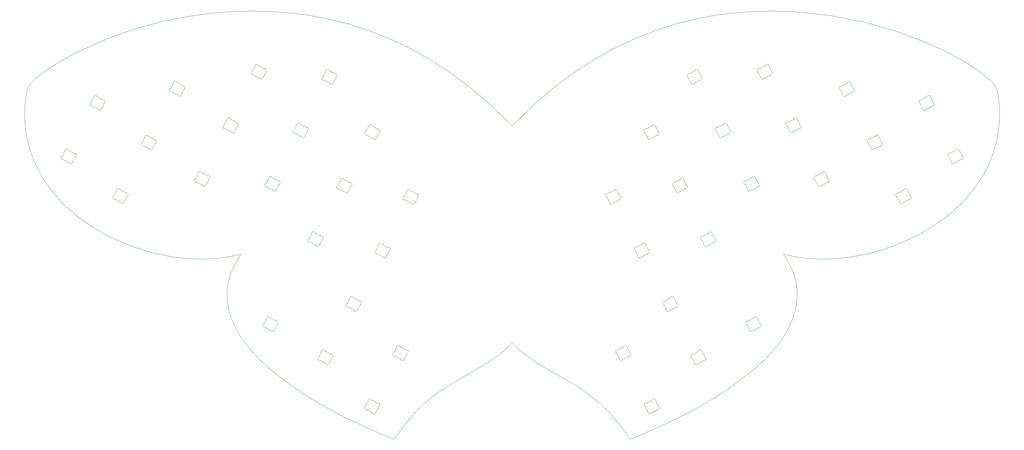
<source format=gbr>
%TF.GenerationSoftware,KiCad,Pcbnew,8.0.8*%
%TF.CreationDate,2025-01-20T03:27:39+01:00*%
%TF.ProjectId,____,e4e8e4e8-2e6b-4696-9361-645f70636258,2.0*%
%TF.SameCoordinates,Original*%
%TF.FileFunction,Profile,NP*%
%FSLAX46Y46*%
G04 Gerber Fmt 4.6, Leading zero omitted, Abs format (unit mm)*
G04 Created by KiCad (PCBNEW 8.0.8) date 2025-01-20 03:27:39*
%MOMM*%
%LPD*%
G01*
G04 APERTURE LIST*
%TA.AperFunction,Profile*%
%ADD10C,0.071437*%
%TD*%
%TA.AperFunction,Profile*%
%ADD11C,0.100000*%
%TD*%
G04 APERTURE END LIST*
D10*
X228917921Y-36205040D02*
X239187040Y-37302477D01*
X248794081Y-39211439D01*
X257602091Y-41728616D01*
X265474118Y-44650699D01*
X272273208Y-47774375D01*
X277862407Y-50896336D01*
X282104762Y-53813269D01*
X284863320Y-56321866D01*
X285643378Y-57359504D01*
X286001129Y-58218815D01*
X286457903Y-61405763D01*
X286641332Y-64497134D01*
X286563705Y-67491194D01*
X286237313Y-70386211D01*
X285674447Y-73180451D01*
X284887398Y-75872181D01*
X283888456Y-78459668D01*
X282689911Y-80941179D01*
X281304056Y-83314980D01*
X279743179Y-85579338D01*
X278019572Y-87732519D01*
X276145527Y-89772792D01*
X274133332Y-91698422D01*
X271995279Y-93507676D01*
X269743659Y-95198821D01*
X267390762Y-96770123D01*
X264948879Y-98219851D01*
X262430301Y-99546269D01*
X259847318Y-100747646D01*
X257212220Y-101822247D01*
X254537300Y-102768340D01*
X251834847Y-103584191D01*
X249117152Y-104268068D01*
X246396506Y-104818236D01*
X243685199Y-105232963D01*
X240995522Y-105510516D01*
X238339766Y-105649161D01*
X235730221Y-105647165D01*
X233179178Y-105502794D01*
X230698928Y-105214316D01*
X228301762Y-104779998D01*
X225999969Y-104198105D01*
X227636271Y-106898775D01*
X228812976Y-109561174D01*
X229556819Y-112182190D01*
X229894532Y-114758710D01*
X229852849Y-117287622D01*
X229458503Y-119765813D01*
X228738229Y-122190169D01*
X227718758Y-124557579D01*
X226426826Y-126864929D01*
X224889165Y-129109107D01*
X223132510Y-131287000D01*
X221183592Y-133395495D01*
X219069147Y-135431479D01*
X216815907Y-137391841D01*
X211999977Y-141073243D01*
X206949670Y-144414799D01*
X201878855Y-147391607D01*
X197001400Y-149978765D01*
X192531172Y-152151372D01*
X185667870Y-155153322D01*
X182999893Y-156198243D01*
X181965823Y-154653472D01*
X180926442Y-153203367D01*
X179882298Y-151842984D01*
X178833940Y-150567378D01*
X177781918Y-149371607D01*
X176726782Y-148250726D01*
X175669081Y-147199792D01*
X174609364Y-146213860D01*
X172486081Y-144417229D01*
X170361328Y-142821283D01*
X168239502Y-141386470D01*
X166124997Y-140073241D01*
X157828106Y-135245141D01*
X155816142Y-133946568D01*
X153837872Y-132532273D01*
X151897693Y-130962707D01*
X150943261Y-130107338D01*
X150000000Y-129198319D01*
X149056738Y-130107338D01*
X148102306Y-130962707D01*
X146162127Y-132532273D01*
X144183858Y-133946568D01*
X142171895Y-135245141D01*
X133875005Y-140073241D01*
X131760501Y-141386470D01*
X129638676Y-142821283D01*
X127513924Y-144417229D01*
X125390642Y-146213860D01*
X124330925Y-147199792D01*
X123273224Y-148250726D01*
X122218088Y-149371607D01*
X121166066Y-150567378D01*
X120117709Y-151842984D01*
X119073565Y-153203367D01*
X118034183Y-154653472D01*
X117000114Y-156198243D01*
X114332137Y-155153322D01*
X107468835Y-152151372D01*
X102998607Y-149978765D01*
X98121151Y-147391607D01*
X93050336Y-144414799D01*
X88000029Y-141073243D01*
X83184099Y-137391841D01*
X80930858Y-135431479D01*
X78816413Y-133395495D01*
X76867495Y-131287000D01*
X75110839Y-129109107D01*
X73573178Y-126864929D01*
X72281245Y-124557579D01*
X71261774Y-122190169D01*
X70541499Y-119765813D01*
X70147153Y-117287622D01*
X70105470Y-114758710D01*
X70443182Y-112182190D01*
X71187024Y-109561174D01*
X72363729Y-106898775D01*
X74000030Y-104198105D01*
X71698242Y-104779998D01*
X69301086Y-105214316D01*
X66820854Y-105502794D01*
X64269836Y-105647165D01*
X61660321Y-105649161D01*
X59004600Y-105510516D01*
X56314962Y-105232963D01*
X53603699Y-104818236D01*
X48165455Y-103584191D01*
X42788188Y-101822247D01*
X40153147Y-100747646D01*
X37570220Y-99546269D01*
X35051699Y-98219851D01*
X32609873Y-96770123D01*
X30257031Y-95198821D01*
X28005466Y-93507676D01*
X25867466Y-91698422D01*
X23855321Y-89772792D01*
X21981323Y-87732519D01*
X20257760Y-85579338D01*
X18696923Y-83314980D01*
X17311103Y-80941179D01*
X16112589Y-78459668D01*
X15113672Y-75872181D01*
X14326641Y-73180451D01*
X13763787Y-70386211D01*
X13437400Y-67491194D01*
X13359770Y-64497134D01*
X13543187Y-61405763D01*
X13999942Y-58218815D01*
X14357550Y-57359504D01*
X15137476Y-56321866D01*
X16322601Y-55131317D01*
X17895806Y-53813269D01*
X22137975Y-50896336D01*
X27727025Y-47774375D01*
X34526000Y-44650699D01*
X38336410Y-43151752D01*
X42397943Y-41728616D01*
X46693477Y-40406708D01*
X51205895Y-39211439D01*
X55918076Y-38168224D01*
X60812901Y-37302477D01*
X65873249Y-36639611D01*
X71082002Y-36205040D01*
X76422040Y-36024178D01*
X81876243Y-36122439D01*
X87427491Y-36525237D01*
X93058665Y-37257985D01*
X98752645Y-38346097D01*
X104492311Y-39814988D01*
X110260545Y-41690070D01*
X116040225Y-43996758D01*
X121814233Y-46760465D01*
X127565449Y-50006605D01*
X133276754Y-53760593D01*
X138931026Y-58047842D01*
X144511148Y-62893765D01*
X150000000Y-68323777D01*
X155488850Y-62893765D01*
X161068968Y-58047842D01*
X166723236Y-53760593D01*
X172434533Y-50006605D01*
X178185740Y-46760465D01*
X183959739Y-43996758D01*
X189739410Y-41690070D01*
X195507634Y-39814988D01*
X201247292Y-38346097D01*
X206941265Y-37257985D01*
X212572434Y-36525237D01*
X218123679Y-36122439D01*
X223577881Y-36024178D01*
X228917921Y-36205040D01*
D11*
%TO.C,D24*%
X69734334Y-69131447D02*
X71137252Y-69877393D01*
X69968954Y-66761325D02*
X69309026Y-68002471D01*
X72311046Y-69598673D02*
X72970975Y-68357527D01*
X72545667Y-67228553D02*
X71142748Y-66482606D01*
X69309025Y-68002471D02*
G75*
G02*
X69163515Y-68170731I-441723J234950D01*
G01*
X69479538Y-69073324D02*
G75*
G02*
X69734334Y-69131448I20066J-499568D01*
G01*
X69479539Y-69073322D02*
G75*
G02*
X69163518Y-68170735I-20063J499593D01*
G01*
X70027080Y-66546602D02*
G75*
G02*
X69968953Y-66761325I-499797J20069D01*
G01*
X70027080Y-66546602D02*
G75*
G02*
X70952082Y-66303873I499599J-20010D01*
G01*
X71137252Y-69877393D02*
G75*
G02*
X71327919Y-70056126I-234742J-441480D01*
G01*
X71142747Y-66482606D02*
G75*
G02*
X70952082Y-66303873I234738J441473D01*
G01*
X72252921Y-69813396D02*
G75*
G02*
X71327919Y-70056126I-499599J20010D01*
G01*
X72252921Y-69813397D02*
G75*
G02*
X72311046Y-69598673I499664J-20029D01*
G01*
X72800463Y-67286675D02*
G75*
G02*
X72545667Y-67228553I-20051J499648D01*
G01*
X72800463Y-67286675D02*
G75*
G02*
X73116485Y-68189268I20063J-499596D01*
G01*
X72970976Y-68357527D02*
G75*
G02*
X73116485Y-68189268I441444J-234710D01*
G01*
%TO.C,D11*%
X199345097Y-54759050D02*
X200005026Y-56000196D01*
X201173324Y-52884128D02*
X199770405Y-53630073D01*
X201178818Y-56278915D02*
X202581738Y-55532970D01*
X203007046Y-54403993D02*
X202347117Y-53162848D01*
X199199586Y-54590790D02*
G75*
G02*
X199345097Y-54759050I-295955J-402990D01*
G01*
X199199587Y-54590791D02*
G75*
G02*
X199515609Y-53688197I295961J402997D01*
G01*
X199770405Y-53630073D02*
G75*
G02*
X199515609Y-53688197I-234740J441490D01*
G01*
X200005026Y-56000197D02*
G75*
G02*
X200063151Y-56214919I-441539J-234752D01*
G01*
X200988152Y-56457648D02*
G75*
G02*
X200063151Y-56214919I-425403J262737D01*
G01*
X200988152Y-56457648D02*
G75*
G02*
X201178818Y-56278915I425409J-262748D01*
G01*
X201363990Y-52705395D02*
G75*
G02*
X201173324Y-52884128I-425404J262741D01*
G01*
X201363992Y-52705397D02*
G75*
G02*
X202288987Y-52948124I425400J-262736D01*
G01*
X202347117Y-53162847D02*
G75*
G02*
X202288990Y-52948124I441928J234862D01*
G01*
X202581739Y-55532970D02*
G75*
G02*
X202836534Y-55474846I234738J-441483D01*
G01*
X203152557Y-54572253D02*
G75*
G02*
X202836534Y-55474847I-295962J-402997D01*
G01*
X203152557Y-54572253D02*
G75*
G02*
X203007056Y-54403988I296208J403175D01*
G01*
%TO.C,D7*%
X109454332Y-71021448D02*
X110857252Y-71767394D01*
X109688954Y-68651327D02*
X109029025Y-69892472D01*
X112031045Y-71488675D02*
X112690974Y-70247529D01*
X112265666Y-69118552D02*
X110862747Y-68372607D01*
X109029025Y-69892473D02*
G75*
G02*
X108883514Y-70060732I-441451J234720D01*
G01*
X109199537Y-70963325D02*
G75*
G02*
X108883514Y-70060732I-20060J499597D01*
G01*
X109199537Y-70963325D02*
G75*
G02*
X109454332Y-71021448I20060J-499598D01*
G01*
X109747079Y-68436603D02*
G75*
G02*
X109688954Y-68651327I-499627J20019D01*
G01*
X109747079Y-68436604D02*
G75*
G02*
X110672080Y-68193874I499599J-20011D01*
G01*
X110857253Y-71767394D02*
G75*
G02*
X111047918Y-71946128I-234711J-441442D01*
G01*
X110862747Y-68372607D02*
G75*
G02*
X110672080Y-68193874I234742J441481D01*
G01*
X111972920Y-71703398D02*
G75*
G02*
X111047919Y-71946128I-499599J20010D01*
G01*
X111972920Y-71703398D02*
G75*
G02*
X112031044Y-71488675I498908J-19823D01*
G01*
X112520461Y-69176677D02*
G75*
G02*
X112265666Y-69118551I-20051J499618D01*
G01*
X112520461Y-69176678D02*
G75*
G02*
X112836482Y-70079265I20063J-499593D01*
G01*
X112690974Y-70247529D02*
G75*
G02*
X112836485Y-70079269I441746J-234973D01*
G01*
%TO.C,D31*%
X104244332Y-119201448D02*
X105647252Y-119947394D01*
X104478954Y-116831327D02*
X103819025Y-118072472D01*
X106821045Y-119668675D02*
X107480974Y-118427529D01*
X107055666Y-117298552D02*
X105652747Y-116552607D01*
X103819025Y-118072473D02*
G75*
G02*
X103673514Y-118240732I-441451J234720D01*
G01*
X103989537Y-119143325D02*
G75*
G02*
X103673514Y-118240732I-20060J499597D01*
G01*
X103989537Y-119143325D02*
G75*
G02*
X104244332Y-119201448I20060J-499598D01*
G01*
X104537079Y-116616603D02*
G75*
G02*
X104478954Y-116831327I-499627J20019D01*
G01*
X104537079Y-116616604D02*
G75*
G02*
X105462080Y-116373874I499599J-20011D01*
G01*
X105647253Y-119947394D02*
G75*
G02*
X105837918Y-120126128I-234711J-441442D01*
G01*
X105652747Y-116552607D02*
G75*
G02*
X105462080Y-116373874I234742J441481D01*
G01*
X106762920Y-119883398D02*
G75*
G02*
X105837919Y-120126128I-499599J20010D01*
G01*
X106762920Y-119883398D02*
G75*
G02*
X106821044Y-119668675I498908J-19823D01*
G01*
X107310461Y-117356677D02*
G75*
G02*
X107055666Y-117298551I-20051J499618D01*
G01*
X107310461Y-117356678D02*
G75*
G02*
X107626482Y-118259265I20063J-499593D01*
G01*
X107480974Y-118427529D02*
G75*
G02*
X107626485Y-118259269I441746J-234973D01*
G01*
%TO.C,D19*%
X195227161Y-85220427D02*
X195887090Y-86461573D01*
X197055389Y-83345506D02*
X195652469Y-84091451D01*
X197060884Y-86740293D02*
X198463802Y-85994347D01*
X198889110Y-84865371D02*
X198229182Y-83624225D01*
X195081651Y-85052168D02*
G75*
G02*
X195227160Y-85220428I-296121J-403128D01*
G01*
X195081651Y-85052168D02*
G75*
G02*
X195397671Y-84149574I295961J402997D01*
G01*
X195652468Y-84091451D02*
G75*
G02*
X195397671Y-84149573I-234733J441475D01*
G01*
X195887090Y-86461573D02*
G75*
G02*
X195945215Y-86676297I-441822J-234829D01*
G01*
X196870215Y-86919024D02*
G75*
G02*
X195945220Y-86676297I-425400J262736D01*
G01*
X196870217Y-86919025D02*
G75*
G02*
X197060884Y-86740292I425460J-262803D01*
G01*
X197246055Y-83166773D02*
G75*
G02*
X197055389Y-83345505I-425427J262768D01*
G01*
X197246055Y-83166773D02*
G75*
G02*
X198171056Y-83409502I425403J-262737D01*
G01*
X198229181Y-83624225D02*
G75*
G02*
X198171056Y-83409502I441464J234733D01*
G01*
X198463802Y-85994347D02*
G75*
G02*
X198718598Y-85936224I234736J-441478D01*
G01*
X199034620Y-85033630D02*
G75*
G02*
X198718598Y-85936224I-295961J-402997D01*
G01*
X199034621Y-85033631D02*
G75*
G02*
X198889110Y-84865371I295955J402990D01*
G01*
%TO.C,D3*%
X32414332Y-62831448D02*
X33817252Y-63577394D01*
X32648954Y-60461327D02*
X31989025Y-61702472D01*
X34991045Y-63298675D02*
X35650974Y-62057529D01*
X35225666Y-60928552D02*
X33822747Y-60182607D01*
X31989025Y-61702473D02*
G75*
G02*
X31843514Y-61870732I-441451J234720D01*
G01*
X32159537Y-62773325D02*
G75*
G02*
X31843514Y-61870732I-20060J499597D01*
G01*
X32159537Y-62773325D02*
G75*
G02*
X32414332Y-62831448I20060J-499598D01*
G01*
X32707079Y-60246603D02*
G75*
G02*
X32648954Y-60461327I-499627J20019D01*
G01*
X32707079Y-60246604D02*
G75*
G02*
X33632080Y-60003874I499599J-20011D01*
G01*
X33817253Y-63577394D02*
G75*
G02*
X34007918Y-63756128I-234711J-441442D01*
G01*
X33822747Y-60182607D02*
G75*
G02*
X33632080Y-60003874I234742J441481D01*
G01*
X34932920Y-63513398D02*
G75*
G02*
X34007919Y-63756128I-499599J20010D01*
G01*
X34932920Y-63513398D02*
G75*
G02*
X34991044Y-63298675I498908J-19823D01*
G01*
X35480461Y-60986677D02*
G75*
G02*
X35225666Y-60928551I-20051J499618D01*
G01*
X35480461Y-60986678D02*
G75*
G02*
X35796482Y-61889265I20063J-499593D01*
G01*
X35650974Y-62057529D02*
G75*
G02*
X35796485Y-61889269I441746J-234973D01*
G01*
%TO.C,D20*%
X184539025Y-103407527D02*
X185198954Y-104648673D01*
X186367253Y-101532606D02*
X184964333Y-102278551D01*
X186372748Y-104927393D02*
X187775666Y-104181447D01*
X188200974Y-103052471D02*
X187541046Y-101811325D01*
X184393515Y-103239268D02*
G75*
G02*
X184539024Y-103407528I-296121J-403128D01*
G01*
X184393515Y-103239268D02*
G75*
G02*
X184709535Y-102336674I295961J402997D01*
G01*
X184964332Y-102278551D02*
G75*
G02*
X184709535Y-102336673I-234733J441475D01*
G01*
X185198954Y-104648673D02*
G75*
G02*
X185257079Y-104863397I-441822J-234829D01*
G01*
X186182079Y-105106124D02*
G75*
G02*
X185257084Y-104863397I-425400J262736D01*
G01*
X186182081Y-105106125D02*
G75*
G02*
X186372748Y-104927392I425460J-262803D01*
G01*
X186557919Y-101353873D02*
G75*
G02*
X186367253Y-101532605I-425427J262768D01*
G01*
X186557919Y-101353873D02*
G75*
G02*
X187482920Y-101596602I425403J-262737D01*
G01*
X187541045Y-101811325D02*
G75*
G02*
X187482920Y-101596602I441464J234733D01*
G01*
X187775666Y-104181447D02*
G75*
G02*
X188030462Y-104123324I234736J-441478D01*
G01*
X188346484Y-103220730D02*
G75*
G02*
X188030462Y-104123324I-295961J-402997D01*
G01*
X188346485Y-103220731D02*
G75*
G02*
X188200974Y-103052471I295955J402990D01*
G01*
%TO.C,D38*%
X257902955Y-88206008D02*
X258562884Y-89447154D01*
X259731182Y-86331086D02*
X258328263Y-87077031D01*
X259736676Y-89725873D02*
X261139596Y-88979928D01*
X261564904Y-87850951D02*
X260904975Y-86609806D01*
X257757444Y-88037748D02*
G75*
G02*
X257902955Y-88206008I-295955J-402990D01*
G01*
X257757445Y-88037749D02*
G75*
G02*
X258073467Y-87135155I295961J402997D01*
G01*
X258328263Y-87077031D02*
G75*
G02*
X258073467Y-87135155I-234740J441490D01*
G01*
X258562884Y-89447155D02*
G75*
G02*
X258621009Y-89661877I-441539J-234752D01*
G01*
X259546010Y-89904606D02*
G75*
G02*
X258621009Y-89661877I-425403J262737D01*
G01*
X259546010Y-89904606D02*
G75*
G02*
X259736676Y-89725873I425409J-262748D01*
G01*
X259921848Y-86152353D02*
G75*
G02*
X259731182Y-86331086I-425404J262741D01*
G01*
X259921850Y-86152355D02*
G75*
G02*
X260846845Y-86395082I425400J-262736D01*
G01*
X260904975Y-86609805D02*
G75*
G02*
X260846848Y-86395082I441928J234862D01*
G01*
X261139597Y-88979928D02*
G75*
G02*
X261394392Y-88921804I234738J-441483D01*
G01*
X261710415Y-88019211D02*
G75*
G02*
X261394392Y-88921805I-295962J-402997D01*
G01*
X261710415Y-88019211D02*
G75*
G02*
X261564914Y-87850946I296208J403175D01*
G01*
%TO.C,D34*%
X192489026Y-118437529D02*
X193148955Y-119678675D01*
X194317253Y-116562607D02*
X192914334Y-117308552D01*
X194322747Y-119957394D02*
X195725667Y-119211449D01*
X196150975Y-118082472D02*
X195491046Y-116841327D01*
X192343515Y-118269269D02*
G75*
G02*
X192489026Y-118437529I-295955J-402990D01*
G01*
X192343516Y-118269270D02*
G75*
G02*
X192659538Y-117366676I295961J402997D01*
G01*
X192914334Y-117308552D02*
G75*
G02*
X192659538Y-117366676I-234740J441490D01*
G01*
X193148955Y-119678676D02*
G75*
G02*
X193207080Y-119893398I-441539J-234752D01*
G01*
X194132081Y-120136127D02*
G75*
G02*
X193207080Y-119893398I-425403J262737D01*
G01*
X194132081Y-120136127D02*
G75*
G02*
X194322747Y-119957394I425409J-262748D01*
G01*
X194507919Y-116383874D02*
G75*
G02*
X194317253Y-116562607I-425404J262741D01*
G01*
X194507921Y-116383876D02*
G75*
G02*
X195432916Y-116626603I425400J-262736D01*
G01*
X195491046Y-116841326D02*
G75*
G02*
X195432919Y-116626603I441928J234862D01*
G01*
X195725668Y-119211449D02*
G75*
G02*
X195980463Y-119153325I234738J-441483D01*
G01*
X196296486Y-118250732D02*
G75*
G02*
X195980463Y-119153326I-295962J-402997D01*
G01*
X196296486Y-118250732D02*
G75*
G02*
X196150985Y-118082467I296208J403175D01*
G01*
%TO.C,D33*%
X179369026Y-132167529D02*
X180028955Y-133408675D01*
X181197253Y-130292607D02*
X179794334Y-131038552D01*
X181202747Y-133687394D02*
X182605667Y-132941449D01*
X183030975Y-131812472D02*
X182371046Y-130571327D01*
X179223515Y-131999269D02*
G75*
G02*
X179369026Y-132167529I-295955J-402990D01*
G01*
X179223516Y-131999270D02*
G75*
G02*
X179539538Y-131096676I295961J402997D01*
G01*
X179794334Y-131038552D02*
G75*
G02*
X179539538Y-131096676I-234740J441490D01*
G01*
X180028955Y-133408676D02*
G75*
G02*
X180087080Y-133623398I-441539J-234752D01*
G01*
X181012081Y-133866127D02*
G75*
G02*
X180087080Y-133623398I-425403J262737D01*
G01*
X181012081Y-133866127D02*
G75*
G02*
X181202747Y-133687394I425409J-262748D01*
G01*
X181387919Y-130113874D02*
G75*
G02*
X181197253Y-130292607I-425404J262741D01*
G01*
X181387921Y-130113876D02*
G75*
G02*
X182312916Y-130356603I425400J-262736D01*
G01*
X182371046Y-130571326D02*
G75*
G02*
X182312919Y-130356603I441928J234862D01*
G01*
X182605668Y-132941449D02*
G75*
G02*
X182860463Y-132883325I234738J-441483D01*
G01*
X183176486Y-131980732D02*
G75*
G02*
X182860463Y-132883326I-295962J-402997D01*
G01*
X183176486Y-131980732D02*
G75*
G02*
X183030985Y-131812467I296208J403175D01*
G01*
%TO.C,D27*%
X38824332Y-88921448D02*
X40227252Y-89667394D01*
X39058954Y-86551327D02*
X38399025Y-87792472D01*
X41401045Y-89388675D02*
X42060974Y-88147529D01*
X41635666Y-87018552D02*
X40232747Y-86272607D01*
X38399025Y-87792473D02*
G75*
G02*
X38253514Y-87960732I-441451J234720D01*
G01*
X38569537Y-88863325D02*
G75*
G02*
X38253514Y-87960732I-20060J499597D01*
G01*
X38569537Y-88863325D02*
G75*
G02*
X38824332Y-88921448I20060J-499598D01*
G01*
X39117079Y-86336603D02*
G75*
G02*
X39058954Y-86551327I-499627J20019D01*
G01*
X39117079Y-86336604D02*
G75*
G02*
X40042080Y-86093874I499599J-20011D01*
G01*
X40227253Y-89667394D02*
G75*
G02*
X40417918Y-89846128I-234711J-441442D01*
G01*
X40232747Y-86272607D02*
G75*
G02*
X40042080Y-86093874I234742J441481D01*
G01*
X41342920Y-89603398D02*
G75*
G02*
X40417919Y-89846128I-499599J20010D01*
G01*
X41342920Y-89603398D02*
G75*
G02*
X41401044Y-89388675I498908J-19823D01*
G01*
X41890461Y-87076677D02*
G75*
G02*
X41635666Y-87018551I-20051J499618D01*
G01*
X41890461Y-87076678D02*
G75*
G02*
X42206482Y-87979265I20063J-499593D01*
G01*
X42060974Y-88147529D02*
G75*
G02*
X42206485Y-87979269I441746J-234973D01*
G01*
%TO.C,D40*%
X200409025Y-133447528D02*
X201068954Y-134688673D01*
X202237253Y-131572606D02*
X200834333Y-132318551D01*
X202242747Y-134967393D02*
X203645666Y-134221448D01*
X204070974Y-133092471D02*
X203411045Y-131851325D01*
X200263514Y-133279268D02*
G75*
G02*
X200409015Y-133447533I-296208J-403175D01*
G01*
X200263514Y-133279268D02*
G75*
G02*
X200579537Y-132376674I295962J402997D01*
G01*
X200834332Y-132318551D02*
G75*
G02*
X200579537Y-132376675I-234738J441483D01*
G01*
X201068954Y-134688674D02*
G75*
G02*
X201127081Y-134903397I-441928J-234862D01*
G01*
X202052079Y-135146124D02*
G75*
G02*
X201127084Y-134903397I-425400J262736D01*
G01*
X202052081Y-135146126D02*
G75*
G02*
X202242747Y-134967393I425404J-262741D01*
G01*
X202427919Y-131393873D02*
G75*
G02*
X202237253Y-131572606I-425409J262748D01*
G01*
X202427919Y-131393873D02*
G75*
G02*
X203352920Y-131636602I425403J-262737D01*
G01*
X203411045Y-131851324D02*
G75*
G02*
X203352920Y-131636602I441539J234752D01*
G01*
X203645666Y-134221448D02*
G75*
G02*
X203900462Y-134163324I234740J-441490D01*
G01*
X204216484Y-133260730D02*
G75*
G02*
X203900462Y-134163324I-295961J-402997D01*
G01*
X204216485Y-133260731D02*
G75*
G02*
X204070974Y-133092471I295955J402990D01*
G01*
%TO.C,D35*%
X203129026Y-100307529D02*
X203788955Y-101548675D01*
X204957253Y-98432607D02*
X203554334Y-99178552D01*
X204962747Y-101827394D02*
X206365667Y-101081449D01*
X206790975Y-99952472D02*
X206131046Y-98711327D01*
X202983515Y-100139269D02*
G75*
G02*
X203129026Y-100307529I-295955J-402990D01*
G01*
X202983516Y-100139270D02*
G75*
G02*
X203299538Y-99236676I295961J402997D01*
G01*
X203554334Y-99178552D02*
G75*
G02*
X203299538Y-99236676I-234740J441490D01*
G01*
X203788955Y-101548676D02*
G75*
G02*
X203847080Y-101763398I-441539J-234752D01*
G01*
X204772081Y-102006127D02*
G75*
G02*
X203847080Y-101763398I-425403J262737D01*
G01*
X204772081Y-102006127D02*
G75*
G02*
X204962747Y-101827394I425409J-262748D01*
G01*
X205147919Y-98253874D02*
G75*
G02*
X204957253Y-98432607I-425404J262741D01*
G01*
X205147921Y-98253876D02*
G75*
G02*
X206072916Y-98496603I425400J-262736D01*
G01*
X206131046Y-98711326D02*
G75*
G02*
X206072919Y-98496603I441928J234862D01*
G01*
X206365668Y-101081449D02*
G75*
G02*
X206620463Y-101023325I234738J-441483D01*
G01*
X206936486Y-100120732D02*
G75*
G02*
X206620463Y-101023326I-295962J-402997D01*
G01*
X206936486Y-100120732D02*
G75*
G02*
X206790985Y-99952467I296208J403175D01*
G01*
%TO.C,D42*%
X109374334Y-147951448D02*
X110777253Y-148697393D01*
X109608955Y-145581325D02*
X108949026Y-146822471D01*
X111951046Y-148418673D02*
X112610975Y-147177528D01*
X112185668Y-146048552D02*
X110782748Y-145302606D01*
X108949026Y-146822471D02*
G75*
G02*
X108803515Y-146990731I-441746J234973D01*
G01*
X109119539Y-147893322D02*
G75*
G02*
X108803518Y-146990735I-20063J499593D01*
G01*
X109119539Y-147893323D02*
G75*
G02*
X109374334Y-147951449I20051J-499618D01*
G01*
X109667080Y-145366602D02*
G75*
G02*
X109608956Y-145581325I-498908J19823D01*
G01*
X109667080Y-145366602D02*
G75*
G02*
X110592081Y-145123872I499599J-20010D01*
G01*
X110777253Y-148697393D02*
G75*
G02*
X110967920Y-148876126I-234742J-441481D01*
G01*
X110782747Y-145302606D02*
G75*
G02*
X110592082Y-145123872I234711J441442D01*
G01*
X111892921Y-148633396D02*
G75*
G02*
X110967920Y-148876126I-499599J20011D01*
G01*
X111892921Y-148633397D02*
G75*
G02*
X111951046Y-148418673I499627J-20019D01*
G01*
X112440463Y-146106675D02*
G75*
G02*
X112185668Y-146048552I-20060J499598D01*
G01*
X112440463Y-146106675D02*
G75*
G02*
X112756486Y-147009268I20060J-499597D01*
G01*
X112610975Y-147177527D02*
G75*
G02*
X112756486Y-147009268I441451J-234720D01*
G01*
%TO.C,D44*%
X80898263Y-124862969D02*
X82301182Y-125608914D01*
X81132884Y-122492846D02*
X80472955Y-123733992D01*
X83474975Y-125330194D02*
X84134904Y-124089049D01*
X83709597Y-122960073D02*
X82306677Y-122214127D01*
X80472955Y-123733992D02*
G75*
G02*
X80327444Y-123902252I-441746J234973D01*
G01*
X80643468Y-124804843D02*
G75*
G02*
X80327447Y-123902256I-20063J499593D01*
G01*
X80643468Y-124804844D02*
G75*
G02*
X80898263Y-124862970I20051J-499618D01*
G01*
X81191009Y-122278123D02*
G75*
G02*
X81132885Y-122492846I-498908J19823D01*
G01*
X81191009Y-122278123D02*
G75*
G02*
X82116010Y-122035393I499599J-20010D01*
G01*
X82301182Y-125608914D02*
G75*
G02*
X82491849Y-125787647I-234742J-441481D01*
G01*
X82306676Y-122214127D02*
G75*
G02*
X82116011Y-122035393I234711J441442D01*
G01*
X83416850Y-125544917D02*
G75*
G02*
X82491849Y-125787647I-499599J20011D01*
G01*
X83416850Y-125544918D02*
G75*
G02*
X83474975Y-125330194I499627J-20019D01*
G01*
X83964392Y-123018196D02*
G75*
G02*
X83709597Y-122960073I-20060J499598D01*
G01*
X83964392Y-123018196D02*
G75*
G02*
X84280415Y-123920789I20060J-499597D01*
G01*
X84134904Y-124089048D02*
G75*
G02*
X84280415Y-123920789I441451J-234720D01*
G01*
%TO.C,D22*%
X101572470Y-86018547D02*
X102975388Y-86764493D01*
X101807090Y-83648425D02*
X101147162Y-84889571D01*
X104149182Y-86485773D02*
X104809111Y-85244627D01*
X104383803Y-84115653D02*
X102980884Y-83369706D01*
X101147162Y-84889571D02*
G75*
G02*
X101001651Y-85057831I-441746J234973D01*
G01*
X101317675Y-85960422D02*
G75*
G02*
X101001654Y-85057835I-20063J499593D01*
G01*
X101317675Y-85960423D02*
G75*
G02*
X101572470Y-86018547I20055J-499609D01*
G01*
X101865216Y-83433702D02*
G75*
G02*
X101807091Y-83648426I-498908J19823D01*
G01*
X101865216Y-83433702D02*
G75*
G02*
X102790218Y-83190973I499599J-20010D01*
G01*
X102975388Y-86764493D02*
G75*
G02*
X103166055Y-86943226I-234742J-441480D01*
G01*
X102980883Y-83369706D02*
G75*
G02*
X102790218Y-83190973I234738J441473D01*
G01*
X104091057Y-86700496D02*
G75*
G02*
X103166055Y-86943226I-499599J20010D01*
G01*
X104091057Y-86700497D02*
G75*
G02*
X104149182Y-86485773I499664J-20029D01*
G01*
X104638599Y-84173775D02*
G75*
G02*
X104383803Y-84115653I-20051J499648D01*
G01*
X104638599Y-84173775D02*
G75*
G02*
X104954622Y-85076367I20060J-499597D01*
G01*
X104809112Y-85244627D02*
G75*
G02*
X104954623Y-85076368I441444J-234714D01*
G01*
%TO.C,D9*%
X176580890Y-88344628D02*
X177240819Y-89585774D01*
X178409117Y-86469706D02*
X177006198Y-87215651D01*
X178414611Y-89864493D02*
X179817531Y-89118548D01*
X180242839Y-87989571D02*
X179582910Y-86748426D01*
X176435379Y-88176368D02*
G75*
G02*
X176580890Y-88344628I-295955J-402990D01*
G01*
X176435380Y-88176369D02*
G75*
G02*
X176751402Y-87273775I295961J402997D01*
G01*
X177006198Y-87215651D02*
G75*
G02*
X176751402Y-87273775I-234740J441490D01*
G01*
X177240819Y-89585775D02*
G75*
G02*
X177298944Y-89800497I-441539J-234752D01*
G01*
X178223945Y-90043226D02*
G75*
G02*
X177298944Y-89800497I-425403J262737D01*
G01*
X178223945Y-90043226D02*
G75*
G02*
X178414611Y-89864493I425409J-262748D01*
G01*
X178599783Y-86290973D02*
G75*
G02*
X178409117Y-86469706I-425404J262741D01*
G01*
X178599785Y-86290975D02*
G75*
G02*
X179524780Y-86533702I425400J-262736D01*
G01*
X179582910Y-86748425D02*
G75*
G02*
X179524783Y-86533702I441928J234862D01*
G01*
X179817532Y-89118548D02*
G75*
G02*
X180072327Y-89060424I234738J-441483D01*
G01*
X180388350Y-88157831D02*
G75*
G02*
X180072327Y-89060425I-295962J-402997D01*
G01*
X180388350Y-88157831D02*
G75*
G02*
X180242849Y-87989566I296208J403175D01*
G01*
%TO.C,D17*%
X227050889Y-68314627D02*
X227710818Y-69555773D01*
X228879117Y-66439706D02*
X227476197Y-67185651D01*
X228884612Y-69834493D02*
X230287530Y-69088547D01*
X230712838Y-67959571D02*
X230052910Y-66718425D01*
X226905379Y-68146368D02*
G75*
G02*
X227050888Y-68314628I-296121J-403128D01*
G01*
X226905379Y-68146368D02*
G75*
G02*
X227221399Y-67243774I295961J402997D01*
G01*
X227476196Y-67185651D02*
G75*
G02*
X227221399Y-67243773I-234733J441475D01*
G01*
X227710818Y-69555773D02*
G75*
G02*
X227768943Y-69770497I-441822J-234829D01*
G01*
X228693943Y-70013224D02*
G75*
G02*
X227768948Y-69770497I-425400J262736D01*
G01*
X228693945Y-70013225D02*
G75*
G02*
X228884612Y-69834492I425460J-262803D01*
G01*
X229069783Y-66260973D02*
G75*
G02*
X228879117Y-66439705I-425427J262768D01*
G01*
X229069783Y-66260973D02*
G75*
G02*
X229994784Y-66503702I425403J-262737D01*
G01*
X230052909Y-66718425D02*
G75*
G02*
X229994784Y-66503702I441464J234733D01*
G01*
X230287530Y-69088547D02*
G75*
G02*
X230542326Y-69030424I234736J-441478D01*
G01*
X230858348Y-68127830D02*
G75*
G02*
X230542326Y-69030424I-295961J-402997D01*
G01*
X230858349Y-68127831D02*
G75*
G02*
X230712838Y-67959571I295955J402990D01*
G01*
%TO.C,D43*%
X96294334Y-134201448D02*
X97697253Y-134947393D01*
X96528955Y-131831325D02*
X95869026Y-133072471D01*
X98871046Y-134668673D02*
X99530975Y-133427528D01*
X99105668Y-132298552D02*
X97702748Y-131552606D01*
X95869026Y-133072471D02*
G75*
G02*
X95723515Y-133240731I-441746J234973D01*
G01*
X96039539Y-134143322D02*
G75*
G02*
X95723518Y-133240735I-20063J499593D01*
G01*
X96039539Y-134143323D02*
G75*
G02*
X96294334Y-134201449I20051J-499618D01*
G01*
X96587080Y-131616602D02*
G75*
G02*
X96528956Y-131831325I-498908J19823D01*
G01*
X96587080Y-131616602D02*
G75*
G02*
X97512081Y-131373872I499599J-20010D01*
G01*
X97697253Y-134947393D02*
G75*
G02*
X97887920Y-135126126I-234742J-441481D01*
G01*
X97702747Y-131552606D02*
G75*
G02*
X97512082Y-131373872I234711J441442D01*
G01*
X98812921Y-134883396D02*
G75*
G02*
X97887920Y-135126126I-499599J20011D01*
G01*
X98812921Y-134883397D02*
G75*
G02*
X98871046Y-134668673I499627J-20019D01*
G01*
X99360463Y-132356675D02*
G75*
G02*
X99105668Y-132298552I-20060J499598D01*
G01*
X99360463Y-132356675D02*
G75*
G02*
X99676486Y-133259268I20060J-499597D01*
G01*
X99530975Y-133427527D02*
G75*
G02*
X99676486Y-133259268I441451J-234720D01*
G01*
%TO.C,D36*%
X215312955Y-84756008D02*
X215972884Y-85997154D01*
X217141182Y-82881086D02*
X215738263Y-83627031D01*
X217146676Y-86275873D02*
X218549596Y-85529928D01*
X218974904Y-84400951D02*
X218314975Y-83159806D01*
X215167444Y-84587748D02*
G75*
G02*
X215312955Y-84756008I-295955J-402990D01*
G01*
X215167445Y-84587749D02*
G75*
G02*
X215483467Y-83685155I295961J402997D01*
G01*
X215738263Y-83627031D02*
G75*
G02*
X215483467Y-83685155I-234740J441490D01*
G01*
X215972884Y-85997155D02*
G75*
G02*
X216031009Y-86211877I-441539J-234752D01*
G01*
X216956010Y-86454606D02*
G75*
G02*
X216031009Y-86211877I-425403J262737D01*
G01*
X216956010Y-86454606D02*
G75*
G02*
X217146676Y-86275873I425409J-262748D01*
G01*
X217331848Y-82702353D02*
G75*
G02*
X217141182Y-82881086I-425404J262741D01*
G01*
X217331850Y-82702355D02*
G75*
G02*
X218256845Y-82945082I425400J-262736D01*
G01*
X218314975Y-83159805D02*
G75*
G02*
X218256848Y-82945082I441928J234862D01*
G01*
X218549597Y-85529928D02*
G75*
G02*
X218804392Y-85471804I234738J-441483D01*
G01*
X219120415Y-84569211D02*
G75*
G02*
X218804392Y-85471805I-295962J-402997D01*
G01*
X219120415Y-84569211D02*
G75*
G02*
X218974914Y-84400946I296208J403175D01*
G01*
%TO.C,D14*%
X264390890Y-62074628D02*
X265050819Y-63315774D01*
X266219117Y-60199706D02*
X264816198Y-60945651D01*
X266224611Y-63594493D02*
X267627531Y-62848548D01*
X268052839Y-61719571D02*
X267392910Y-60478426D01*
X264245379Y-61906368D02*
G75*
G02*
X264390890Y-62074628I-295955J-402990D01*
G01*
X264245380Y-61906369D02*
G75*
G02*
X264561402Y-61003775I295961J402997D01*
G01*
X264816198Y-60945651D02*
G75*
G02*
X264561402Y-61003775I-234740J441490D01*
G01*
X265050819Y-63315775D02*
G75*
G02*
X265108944Y-63530497I-441539J-234752D01*
G01*
X266033945Y-63773226D02*
G75*
G02*
X265108944Y-63530497I-425403J262737D01*
G01*
X266033945Y-63773226D02*
G75*
G02*
X266224611Y-63594493I425409J-262748D01*
G01*
X266409783Y-60020973D02*
G75*
G02*
X266219117Y-60199706I-425404J262741D01*
G01*
X266409785Y-60020975D02*
G75*
G02*
X267334780Y-60263702I425400J-262736D01*
G01*
X267392910Y-60478425D02*
G75*
G02*
X267334783Y-60263702I441928J234862D01*
G01*
X267627532Y-62848548D02*
G75*
G02*
X267882327Y-62790424I234738J-441483D01*
G01*
X268198350Y-61887831D02*
G75*
G02*
X267882327Y-62790425I-295962J-402997D01*
G01*
X268198350Y-61887831D02*
G75*
G02*
X268052849Y-61719566I296208J403175D01*
G01*
%TO.C,D5*%
X77684332Y-54101448D02*
X79087252Y-54847394D01*
X77918954Y-51731327D02*
X77259025Y-52972472D01*
X80261045Y-54568675D02*
X80920974Y-53327529D01*
X80495666Y-52198552D02*
X79092747Y-51452607D01*
X77259025Y-52972473D02*
G75*
G02*
X77113514Y-53140732I-441451J234720D01*
G01*
X77429537Y-54043325D02*
G75*
G02*
X77113514Y-53140732I-20060J499597D01*
G01*
X77429537Y-54043325D02*
G75*
G02*
X77684332Y-54101448I20060J-499598D01*
G01*
X77977079Y-51516603D02*
G75*
G02*
X77918954Y-51731327I-499627J20019D01*
G01*
X77977079Y-51516604D02*
G75*
G02*
X78902080Y-51273874I499599J-20011D01*
G01*
X79087253Y-54847394D02*
G75*
G02*
X79277918Y-55026128I-234711J-441442D01*
G01*
X79092747Y-51452607D02*
G75*
G02*
X78902080Y-51273874I234742J441481D01*
G01*
X80202920Y-54783398D02*
G75*
G02*
X79277919Y-55026128I-499599J20010D01*
G01*
X80202920Y-54783398D02*
G75*
G02*
X80261044Y-54568675I498908J-19823D01*
G01*
X80750461Y-52256677D02*
G75*
G02*
X80495666Y-52198551I-20051J499618D01*
G01*
X80750461Y-52256678D02*
G75*
G02*
X81066482Y-53159265I20063J-499593D01*
G01*
X80920974Y-53327529D02*
G75*
G02*
X81066485Y-53159269I441746J-234973D01*
G01*
%TO.C,D29*%
X81454332Y-85541448D02*
X82857252Y-86287394D01*
X81688954Y-83171327D02*
X81029025Y-84412472D01*
X84031045Y-86008675D02*
X84690974Y-84767529D01*
X84265666Y-83638552D02*
X82862747Y-82892607D01*
X81029025Y-84412473D02*
G75*
G02*
X80883514Y-84580732I-441451J234720D01*
G01*
X81199537Y-85483325D02*
G75*
G02*
X80883514Y-84580732I-20060J499597D01*
G01*
X81199537Y-85483325D02*
G75*
G02*
X81454332Y-85541448I20060J-499598D01*
G01*
X81747079Y-82956603D02*
G75*
G02*
X81688954Y-83171327I-499627J20019D01*
G01*
X81747079Y-82956604D02*
G75*
G02*
X82672080Y-82713874I499599J-20011D01*
G01*
X82857253Y-86287394D02*
G75*
G02*
X83047918Y-86466128I-234711J-441442D01*
G01*
X82862747Y-82892607D02*
G75*
G02*
X82672080Y-82713874I234742J441481D01*
G01*
X83972920Y-86223398D02*
G75*
G02*
X83047919Y-86466128I-499599J20010D01*
G01*
X83972920Y-86223398D02*
G75*
G02*
X84031044Y-86008675I498908J-19823D01*
G01*
X84520461Y-83696677D02*
G75*
G02*
X84265666Y-83638551I-20051J499618D01*
G01*
X84520461Y-83696678D02*
G75*
G02*
X84836482Y-84599265I20063J-499593D01*
G01*
X84690974Y-84767529D02*
G75*
G02*
X84836485Y-84599269I441746J-234973D01*
G01*
%TO.C,D30*%
X93534332Y-101021448D02*
X94937252Y-101767394D01*
X93768954Y-98651327D02*
X93109025Y-99892472D01*
X96111045Y-101488675D02*
X96770974Y-100247529D01*
X96345666Y-99118552D02*
X94942747Y-98372607D01*
X93109025Y-99892473D02*
G75*
G02*
X92963514Y-100060732I-441451J234720D01*
G01*
X93279537Y-100963325D02*
G75*
G02*
X92963514Y-100060732I-20060J499597D01*
G01*
X93279537Y-100963325D02*
G75*
G02*
X93534332Y-101021448I20060J-499598D01*
G01*
X93827079Y-98436603D02*
G75*
G02*
X93768954Y-98651327I-499627J20019D01*
G01*
X93827079Y-98436604D02*
G75*
G02*
X94752080Y-98193874I499599J-20011D01*
G01*
X94937253Y-101767394D02*
G75*
G02*
X95127918Y-101946128I-234711J-441442D01*
G01*
X94942747Y-98372607D02*
G75*
G02*
X94752080Y-98193874I234742J441481D01*
G01*
X96052920Y-101703398D02*
G75*
G02*
X95127919Y-101946128I-499599J20010D01*
G01*
X96052920Y-101703398D02*
G75*
G02*
X96111044Y-101488675I498908J-19823D01*
G01*
X96600461Y-99176677D02*
G75*
G02*
X96345666Y-99118551I-20051J499618D01*
G01*
X96600461Y-99176678D02*
G75*
G02*
X96916482Y-100079265I20063J-499593D01*
G01*
X96770974Y-100247529D02*
G75*
G02*
X96916485Y-100079269I441746J-234973D01*
G01*
%TO.C,D25*%
X46784334Y-73911447D02*
X48187252Y-74657393D01*
X47018954Y-71541325D02*
X46359026Y-72782471D01*
X49361046Y-74378673D02*
X50020975Y-73137527D01*
X49595667Y-72008553D02*
X48192748Y-71262606D01*
X46359025Y-72782471D02*
G75*
G02*
X46213515Y-72950731I-441723J234950D01*
G01*
X46529538Y-73853324D02*
G75*
G02*
X46784334Y-73911448I20066J-499568D01*
G01*
X46529539Y-73853322D02*
G75*
G02*
X46213518Y-72950735I-20063J499593D01*
G01*
X47077080Y-71326602D02*
G75*
G02*
X47018953Y-71541325I-499797J20069D01*
G01*
X47077080Y-71326602D02*
G75*
G02*
X48002082Y-71083873I499599J-20010D01*
G01*
X48187252Y-74657393D02*
G75*
G02*
X48377919Y-74836126I-234742J-441480D01*
G01*
X48192747Y-71262606D02*
G75*
G02*
X48002082Y-71083873I234738J441473D01*
G01*
X49302921Y-74593396D02*
G75*
G02*
X48377919Y-74836126I-499599J20010D01*
G01*
X49302921Y-74593397D02*
G75*
G02*
X49361046Y-74378673I499664J-20029D01*
G01*
X49850463Y-72066675D02*
G75*
G02*
X49595667Y-72008553I-20051J499648D01*
G01*
X49850463Y-72066675D02*
G75*
G02*
X50166485Y-72969268I20063J-499596D01*
G01*
X50020976Y-73137527D02*
G75*
G02*
X50166485Y-72969268I441444J-234710D01*
G01*
%TO.C,D23*%
X89374334Y-70521447D02*
X90777252Y-71267393D01*
X89608954Y-68151325D02*
X88949026Y-69392471D01*
X91951046Y-70988673D02*
X92610975Y-69747527D01*
X92185667Y-68618553D02*
X90782748Y-67872606D01*
X88949025Y-69392471D02*
G75*
G02*
X88803515Y-69560731I-441723J234950D01*
G01*
X89119538Y-70463324D02*
G75*
G02*
X89374334Y-70521448I20066J-499568D01*
G01*
X89119539Y-70463322D02*
G75*
G02*
X88803518Y-69560735I-20063J499593D01*
G01*
X89667080Y-67936602D02*
G75*
G02*
X89608953Y-68151325I-499797J20069D01*
G01*
X89667080Y-67936602D02*
G75*
G02*
X90592082Y-67693873I499599J-20010D01*
G01*
X90777252Y-71267393D02*
G75*
G02*
X90967919Y-71446126I-234742J-441480D01*
G01*
X90782747Y-67872606D02*
G75*
G02*
X90592082Y-67693873I234738J441473D01*
G01*
X91892921Y-71203396D02*
G75*
G02*
X90967919Y-71446126I-499599J20010D01*
G01*
X91892921Y-71203397D02*
G75*
G02*
X91951046Y-70988673I499664J-20029D01*
G01*
X92440463Y-68676675D02*
G75*
G02*
X92185667Y-68618553I-20051J499648D01*
G01*
X92440463Y-68676675D02*
G75*
G02*
X92756485Y-69579268I20063J-499596D01*
G01*
X92610976Y-69747527D02*
G75*
G02*
X92756485Y-69579268I441444J-234710D01*
G01*
%TO.C,D18*%
X207359025Y-69777527D02*
X208018954Y-71018673D01*
X209187253Y-67902606D02*
X207784333Y-68648551D01*
X209192748Y-71297393D02*
X210595666Y-70551447D01*
X211020974Y-69422471D02*
X210361046Y-68181325D01*
X207213515Y-69609268D02*
G75*
G02*
X207359024Y-69777528I-296121J-403128D01*
G01*
X207213515Y-69609268D02*
G75*
G02*
X207529535Y-68706674I295961J402997D01*
G01*
X207784332Y-68648551D02*
G75*
G02*
X207529535Y-68706673I-234733J441475D01*
G01*
X208018954Y-71018673D02*
G75*
G02*
X208077079Y-71233397I-441822J-234829D01*
G01*
X209002079Y-71476124D02*
G75*
G02*
X208077084Y-71233397I-425400J262736D01*
G01*
X209002081Y-71476125D02*
G75*
G02*
X209192748Y-71297392I425460J-262803D01*
G01*
X209377919Y-67723873D02*
G75*
G02*
X209187253Y-67902605I-425427J262768D01*
G01*
X209377919Y-67723873D02*
G75*
G02*
X210302920Y-67966602I425403J-262737D01*
G01*
X210361045Y-68181325D02*
G75*
G02*
X210302920Y-67966602I441464J234733D01*
G01*
X210595666Y-70551447D02*
G75*
G02*
X210850462Y-70493324I234736J-441478D01*
G01*
X211166484Y-69590730D02*
G75*
G02*
X210850462Y-70493324I-295961J-402997D01*
G01*
X211166485Y-69590731D02*
G75*
G02*
X211020974Y-69422471I295955J402990D01*
G01*
%TO.C,D21*%
X112294334Y-104231447D02*
X113697252Y-104977393D01*
X112528954Y-101861325D02*
X111869026Y-103102471D01*
X114871046Y-104698673D02*
X115530975Y-103457527D01*
X115105667Y-102328553D02*
X113702748Y-101582606D01*
X111869026Y-103102471D02*
G75*
G02*
X111723515Y-103270731I-441746J234973D01*
G01*
X112039539Y-104173322D02*
G75*
G02*
X111723518Y-103270735I-20063J499593D01*
G01*
X112039539Y-104173323D02*
G75*
G02*
X112294334Y-104231447I20055J-499609D01*
G01*
X112587080Y-101646602D02*
G75*
G02*
X112528955Y-101861326I-498908J19823D01*
G01*
X112587080Y-101646602D02*
G75*
G02*
X113512082Y-101403873I499599J-20010D01*
G01*
X113697252Y-104977393D02*
G75*
G02*
X113887919Y-105156126I-234742J-441480D01*
G01*
X113702747Y-101582606D02*
G75*
G02*
X113512082Y-101403873I234738J441473D01*
G01*
X114812921Y-104913396D02*
G75*
G02*
X113887919Y-105156126I-499599J20010D01*
G01*
X114812921Y-104913397D02*
G75*
G02*
X114871046Y-104698673I499664J-20029D01*
G01*
X115360463Y-102386675D02*
G75*
G02*
X115105667Y-102328553I-20051J499648D01*
G01*
X115360463Y-102386675D02*
G75*
G02*
X115676486Y-103289267I20060J-499597D01*
G01*
X115530976Y-103457527D02*
G75*
G02*
X115676487Y-103289268I441444J-234714D01*
G01*
%TO.C,D8*%
X120234332Y-89161448D02*
X121637252Y-89907394D01*
X120468954Y-86791327D02*
X119809025Y-88032472D01*
X122811045Y-89628675D02*
X123470974Y-88387529D01*
X123045666Y-87258552D02*
X121642747Y-86512607D01*
X119809025Y-88032473D02*
G75*
G02*
X119663514Y-88200732I-441451J234720D01*
G01*
X119979537Y-89103325D02*
G75*
G02*
X119663514Y-88200732I-20060J499597D01*
G01*
X119979537Y-89103325D02*
G75*
G02*
X120234332Y-89161448I20060J-499598D01*
G01*
X120527079Y-86576603D02*
G75*
G02*
X120468954Y-86791327I-499627J20019D01*
G01*
X120527079Y-86576604D02*
G75*
G02*
X121452080Y-86333874I499599J-20011D01*
G01*
X121637253Y-89907394D02*
G75*
G02*
X121827918Y-90086128I-234711J-441442D01*
G01*
X121642747Y-86512607D02*
G75*
G02*
X121452080Y-86333874I234742J441481D01*
G01*
X122752920Y-89843398D02*
G75*
G02*
X121827919Y-90086128I-499599J20010D01*
G01*
X122752920Y-89843398D02*
G75*
G02*
X122811044Y-89628675I498908J-19823D01*
G01*
X123300461Y-87316677D02*
G75*
G02*
X123045666Y-87258551I-20051J499618D01*
G01*
X123300461Y-87316678D02*
G75*
G02*
X123616482Y-88219265I20063J-499593D01*
G01*
X123470974Y-88387529D02*
G75*
G02*
X123616485Y-88219269I441746J-234973D01*
G01*
%TO.C,D26*%
X24324334Y-77831447D02*
X25727252Y-78577393D01*
X24558954Y-75461325D02*
X23899026Y-76702471D01*
X26901046Y-78298673D02*
X27560975Y-77057527D01*
X27135667Y-75928553D02*
X25732748Y-75182606D01*
X23899025Y-76702471D02*
G75*
G02*
X23753515Y-76870731I-441723J234950D01*
G01*
X24069538Y-77773324D02*
G75*
G02*
X24324334Y-77831448I20066J-499568D01*
G01*
X24069539Y-77773322D02*
G75*
G02*
X23753518Y-76870735I-20063J499593D01*
G01*
X24617080Y-75246602D02*
G75*
G02*
X24558953Y-75461325I-499797J20069D01*
G01*
X24617080Y-75246602D02*
G75*
G02*
X25542082Y-75003873I499599J-20010D01*
G01*
X25727252Y-78577393D02*
G75*
G02*
X25917919Y-78756126I-234742J-441480D01*
G01*
X25732747Y-75182606D02*
G75*
G02*
X25542082Y-75003873I234738J441473D01*
G01*
X26842921Y-78513396D02*
G75*
G02*
X25917919Y-78756126I-499599J20010D01*
G01*
X26842921Y-78513397D02*
G75*
G02*
X26901046Y-78298673I499664J-20029D01*
G01*
X27390463Y-75986675D02*
G75*
G02*
X27135667Y-75928553I-20051J499648D01*
G01*
X27390463Y-75986675D02*
G75*
G02*
X27706485Y-76889268I20063J-499596D01*
G01*
X27560976Y-77057527D02*
G75*
G02*
X27706485Y-76889268I441444J-234710D01*
G01*
%TO.C,D37*%
X234939026Y-83427529D02*
X235598955Y-84668675D01*
X236767253Y-81552607D02*
X235364334Y-82298552D01*
X236772747Y-84947394D02*
X238175667Y-84201449D01*
X238600975Y-83072472D02*
X237941046Y-81831327D01*
X234793515Y-83259269D02*
G75*
G02*
X234939026Y-83427529I-295955J-402990D01*
G01*
X234793516Y-83259270D02*
G75*
G02*
X235109538Y-82356676I295961J402997D01*
G01*
X235364334Y-82298552D02*
G75*
G02*
X235109538Y-82356676I-234740J441490D01*
G01*
X235598955Y-84668676D02*
G75*
G02*
X235657080Y-84883398I-441539J-234752D01*
G01*
X236582081Y-85126127D02*
G75*
G02*
X235657080Y-84883398I-425403J262737D01*
G01*
X236582081Y-85126127D02*
G75*
G02*
X236772747Y-84947394I425409J-262748D01*
G01*
X236957919Y-81373874D02*
G75*
G02*
X236767253Y-81552607I-425404J262741D01*
G01*
X236957921Y-81373876D02*
G75*
G02*
X237882916Y-81616603I425400J-262736D01*
G01*
X237941046Y-81831326D02*
G75*
G02*
X237882919Y-81616603I441928J234862D01*
G01*
X238175668Y-84201449D02*
G75*
G02*
X238430463Y-84143325I234738J-441483D01*
G01*
X238746486Y-83240732D02*
G75*
G02*
X238430463Y-84143326I-295962J-402997D01*
G01*
X238746486Y-83240732D02*
G75*
G02*
X238600985Y-83072467I296208J403175D01*
G01*
%TO.C,D6*%
X97424332Y-55521448D02*
X98827252Y-56267394D01*
X97658954Y-53151327D02*
X96999025Y-54392472D01*
X100001045Y-55988675D02*
X100660974Y-54747529D01*
X100235666Y-53618552D02*
X98832747Y-52872607D01*
X96999025Y-54392473D02*
G75*
G02*
X96853514Y-54560732I-441451J234720D01*
G01*
X97169537Y-55463325D02*
G75*
G02*
X96853514Y-54560732I-20060J499597D01*
G01*
X97169537Y-55463325D02*
G75*
G02*
X97424332Y-55521448I20060J-499598D01*
G01*
X97717079Y-52936603D02*
G75*
G02*
X97658954Y-53151327I-499627J20019D01*
G01*
X97717079Y-52936604D02*
G75*
G02*
X98642080Y-52693874I499599J-20011D01*
G01*
X98827253Y-56267394D02*
G75*
G02*
X99017918Y-56446128I-234711J-441442D01*
G01*
X98832747Y-52872607D02*
G75*
G02*
X98642080Y-52693874I234742J441481D01*
G01*
X99942920Y-56203398D02*
G75*
G02*
X99017919Y-56446128I-499599J20010D01*
G01*
X99942920Y-56203398D02*
G75*
G02*
X100001044Y-55988675I498908J-19823D01*
G01*
X100490461Y-53676677D02*
G75*
G02*
X100235666Y-53618551I-20051J499618D01*
G01*
X100490461Y-53676678D02*
G75*
G02*
X100806482Y-54579265I20063J-499593D01*
G01*
X100660974Y-54747529D02*
G75*
G02*
X100806485Y-54579269I441746J-234973D01*
G01*
%TO.C,D4*%
X54784332Y-58871448D02*
X56187252Y-59617394D01*
X55018954Y-56501327D02*
X54359025Y-57742472D01*
X57361045Y-59338675D02*
X58020974Y-58097529D01*
X57595666Y-56968552D02*
X56192747Y-56222607D01*
X54359025Y-57742473D02*
G75*
G02*
X54213514Y-57910732I-441451J234720D01*
G01*
X54529537Y-58813325D02*
G75*
G02*
X54213514Y-57910732I-20060J499597D01*
G01*
X54529537Y-58813325D02*
G75*
G02*
X54784332Y-58871448I20060J-499598D01*
G01*
X55077079Y-56286603D02*
G75*
G02*
X55018954Y-56501327I-499627J20019D01*
G01*
X55077079Y-56286604D02*
G75*
G02*
X56002080Y-56043874I499599J-20011D01*
G01*
X56187253Y-59617394D02*
G75*
G02*
X56377918Y-59796128I-234711J-441442D01*
G01*
X56192747Y-56222607D02*
G75*
G02*
X56002080Y-56043874I234742J441481D01*
G01*
X57302920Y-59553398D02*
G75*
G02*
X56377919Y-59796128I-499599J20010D01*
G01*
X57302920Y-59553398D02*
G75*
G02*
X57361044Y-59338675I498908J-19823D01*
G01*
X57850461Y-57026677D02*
G75*
G02*
X57595666Y-56968551I-20051J499618D01*
G01*
X57850461Y-57026678D02*
G75*
G02*
X58166482Y-57929265I20063J-499593D01*
G01*
X58020974Y-58097529D02*
G75*
G02*
X58166485Y-57929269I441746J-234973D01*
G01*
%TO.C,D10*%
X187259026Y-70227529D02*
X187918955Y-71468675D01*
X189087253Y-68352607D02*
X187684334Y-69098552D01*
X189092747Y-71747394D02*
X190495667Y-71001449D01*
X190920975Y-69872472D02*
X190261046Y-68631327D01*
X187113515Y-70059269D02*
G75*
G02*
X187259026Y-70227529I-295955J-402990D01*
G01*
X187113516Y-70059270D02*
G75*
G02*
X187429538Y-69156676I295961J402997D01*
G01*
X187684334Y-69098552D02*
G75*
G02*
X187429538Y-69156676I-234740J441490D01*
G01*
X187918955Y-71468676D02*
G75*
G02*
X187977080Y-71683398I-441539J-234752D01*
G01*
X188902081Y-71926127D02*
G75*
G02*
X187977080Y-71683398I-425403J262737D01*
G01*
X188902081Y-71926127D02*
G75*
G02*
X189092747Y-71747394I425409J-262748D01*
G01*
X189277919Y-68173874D02*
G75*
G02*
X189087253Y-68352607I-425404J262741D01*
G01*
X189277921Y-68173876D02*
G75*
G02*
X190202916Y-68416603I425400J-262736D01*
G01*
X190261046Y-68631326D02*
G75*
G02*
X190202919Y-68416603I441928J234862D01*
G01*
X190495668Y-71001449D02*
G75*
G02*
X190750463Y-70943325I234738J-441483D01*
G01*
X191066486Y-70040732D02*
G75*
G02*
X190750463Y-70943326I-295962J-402997D01*
G01*
X191066486Y-70040732D02*
G75*
G02*
X190920985Y-69872467I296208J403175D01*
G01*
%TO.C,D15*%
X272439025Y-77037527D02*
X273098954Y-78278673D01*
X274267253Y-75162606D02*
X272864333Y-75908551D01*
X274272748Y-78557393D02*
X275675666Y-77811447D01*
X276100974Y-76682471D02*
X275441046Y-75441325D01*
X272293515Y-76869268D02*
G75*
G02*
X272439024Y-77037528I-296121J-403128D01*
G01*
X272293515Y-76869268D02*
G75*
G02*
X272609535Y-75966674I295961J402997D01*
G01*
X272864332Y-75908551D02*
G75*
G02*
X272609535Y-75966673I-234733J441475D01*
G01*
X273098954Y-78278673D02*
G75*
G02*
X273157079Y-78493397I-441822J-234829D01*
G01*
X274082079Y-78736124D02*
G75*
G02*
X273157084Y-78493397I-425400J262736D01*
G01*
X274082081Y-78736125D02*
G75*
G02*
X274272748Y-78557392I425460J-262803D01*
G01*
X274457919Y-74983873D02*
G75*
G02*
X274267253Y-75162605I-425427J262768D01*
G01*
X274457919Y-74983873D02*
G75*
G02*
X275382920Y-75226602I425403J-262737D01*
G01*
X275441045Y-75441325D02*
G75*
G02*
X275382920Y-75226602I441464J234733D01*
G01*
X275675666Y-77811447D02*
G75*
G02*
X275930462Y-77753324I234736J-441478D01*
G01*
X276246484Y-76850730D02*
G75*
G02*
X275930462Y-77753324I-295961J-402997D01*
G01*
X276246485Y-76850731D02*
G75*
G02*
X276100974Y-76682471I295955J402990D01*
G01*
%TO.C,D16*%
X249907161Y-73120427D02*
X250567090Y-74361573D01*
X251735389Y-71245506D02*
X250332469Y-71991451D01*
X251740884Y-74640293D02*
X253143802Y-73894347D01*
X253569110Y-72765371D02*
X252909182Y-71524225D01*
X249761651Y-72952168D02*
G75*
G02*
X249907160Y-73120428I-296121J-403128D01*
G01*
X249761651Y-72952168D02*
G75*
G02*
X250077671Y-72049574I295961J402997D01*
G01*
X250332468Y-71991451D02*
G75*
G02*
X250077671Y-72049573I-234733J441475D01*
G01*
X250567090Y-74361573D02*
G75*
G02*
X250625215Y-74576297I-441822J-234829D01*
G01*
X251550215Y-74819024D02*
G75*
G02*
X250625220Y-74576297I-425400J262736D01*
G01*
X251550217Y-74819025D02*
G75*
G02*
X251740884Y-74640292I425460J-262803D01*
G01*
X251926055Y-71066773D02*
G75*
G02*
X251735389Y-71245505I-425427J262768D01*
G01*
X251926055Y-71066773D02*
G75*
G02*
X252851056Y-71309502I425403J-262737D01*
G01*
X252909181Y-71524225D02*
G75*
G02*
X252851056Y-71309502I441464J234733D01*
G01*
X253143802Y-73894347D02*
G75*
G02*
X253398598Y-73836224I234736J-441478D01*
G01*
X253714620Y-72933630D02*
G75*
G02*
X253398598Y-73836224I-295961J-402997D01*
G01*
X253714621Y-72933631D02*
G75*
G02*
X253569110Y-72765371I295955J402990D01*
G01*
%TO.C,D28*%
X61734332Y-84131448D02*
X63137252Y-84877394D01*
X61968954Y-81761327D02*
X61309025Y-83002472D01*
X64311045Y-84598675D02*
X64970974Y-83357529D01*
X64545666Y-82228552D02*
X63142747Y-81482607D01*
X61309025Y-83002473D02*
G75*
G02*
X61163514Y-83170732I-441451J234720D01*
G01*
X61479537Y-84073325D02*
G75*
G02*
X61163514Y-83170732I-20060J499597D01*
G01*
X61479537Y-84073325D02*
G75*
G02*
X61734332Y-84131448I20060J-499598D01*
G01*
X62027079Y-81546603D02*
G75*
G02*
X61968954Y-81761327I-499627J20019D01*
G01*
X62027079Y-81546604D02*
G75*
G02*
X62952080Y-81303874I499599J-20011D01*
G01*
X63137253Y-84877394D02*
G75*
G02*
X63327918Y-85056128I-234711J-441442D01*
G01*
X63142747Y-81482607D02*
G75*
G02*
X62952080Y-81303874I234742J441481D01*
G01*
X64252920Y-84813398D02*
G75*
G02*
X63327919Y-85056128I-499599J20010D01*
G01*
X64252920Y-84813398D02*
G75*
G02*
X64311044Y-84598675I498908J-19823D01*
G01*
X64800461Y-82286677D02*
G75*
G02*
X64545666Y-82228551I-20051J499618D01*
G01*
X64800461Y-82286678D02*
G75*
G02*
X65116482Y-83189265I20063J-499593D01*
G01*
X64970974Y-83357529D02*
G75*
G02*
X65116485Y-83189269I441746J-234973D01*
G01*
%TO.C,D13*%
X242005097Y-58159050D02*
X242665026Y-59400196D01*
X243833324Y-56284128D02*
X242430405Y-57030073D01*
X243838818Y-59678915D02*
X245241738Y-58932970D01*
X245667046Y-57803993D02*
X245007117Y-56562848D01*
X241859586Y-57990790D02*
G75*
G02*
X242005097Y-58159050I-295955J-402990D01*
G01*
X241859587Y-57990791D02*
G75*
G02*
X242175609Y-57088197I295961J402997D01*
G01*
X242430405Y-57030073D02*
G75*
G02*
X242175609Y-57088197I-234740J441490D01*
G01*
X242665026Y-59400197D02*
G75*
G02*
X242723151Y-59614919I-441539J-234752D01*
G01*
X243648152Y-59857648D02*
G75*
G02*
X242723151Y-59614919I-425403J262737D01*
G01*
X243648152Y-59857648D02*
G75*
G02*
X243838818Y-59678915I425409J-262748D01*
G01*
X244023990Y-56105395D02*
G75*
G02*
X243833324Y-56284128I-425404J262741D01*
G01*
X244023992Y-56105397D02*
G75*
G02*
X244948987Y-56348124I425400J-262736D01*
G01*
X245007117Y-56562847D02*
G75*
G02*
X244948990Y-56348124I441928J234862D01*
G01*
X245241739Y-58932970D02*
G75*
G02*
X245496534Y-58874846I234738J-441483D01*
G01*
X245812557Y-57972253D02*
G75*
G02*
X245496534Y-58874847I-295962J-402997D01*
G01*
X245812557Y-57972253D02*
G75*
G02*
X245667056Y-57803988I296208J403175D01*
G01*
%TO.C,D32*%
X117334332Y-132951448D02*
X118737252Y-133697394D01*
X117568954Y-130581327D02*
X116909025Y-131822472D01*
X119911045Y-133418675D02*
X120570974Y-132177529D01*
X120145666Y-131048552D02*
X118742747Y-130302607D01*
X116909025Y-131822473D02*
G75*
G02*
X116763514Y-131990732I-441451J234720D01*
G01*
X117079537Y-132893325D02*
G75*
G02*
X116763514Y-131990732I-20060J499597D01*
G01*
X117079537Y-132893325D02*
G75*
G02*
X117334332Y-132951448I20060J-499598D01*
G01*
X117627079Y-130366603D02*
G75*
G02*
X117568954Y-130581327I-499627J20019D01*
G01*
X117627079Y-130366604D02*
G75*
G02*
X118552080Y-130123874I499599J-20011D01*
G01*
X118737253Y-133697394D02*
G75*
G02*
X118927918Y-133876128I-234711J-441442D01*
G01*
X118742747Y-130302607D02*
G75*
G02*
X118552080Y-130123874I234742J441481D01*
G01*
X119852920Y-133633398D02*
G75*
G02*
X118927919Y-133876128I-499599J20010D01*
G01*
X119852920Y-133633398D02*
G75*
G02*
X119911044Y-133418675I498908J-19823D01*
G01*
X120400461Y-131106677D02*
G75*
G02*
X120145666Y-131048551I-20051J499618D01*
G01*
X120400461Y-131106678D02*
G75*
G02*
X120716482Y-132009265I20063J-499593D01*
G01*
X120570974Y-132177529D02*
G75*
G02*
X120716485Y-132009269I441746J-234973D01*
G01*
%TO.C,D41*%
X187409025Y-147177528D02*
X188068954Y-148418673D01*
X189237253Y-145302606D02*
X187834333Y-146048551D01*
X189242747Y-148697393D02*
X190645666Y-147951448D01*
X191070974Y-146822471D02*
X190411045Y-145581325D01*
X187263514Y-147009268D02*
G75*
G02*
X187409015Y-147177533I-296208J-403175D01*
G01*
X187263514Y-147009268D02*
G75*
G02*
X187579537Y-146106674I295962J402997D01*
G01*
X187834332Y-146048551D02*
G75*
G02*
X187579537Y-146106675I-234738J441483D01*
G01*
X188068954Y-148418674D02*
G75*
G02*
X188127081Y-148633397I-441928J-234862D01*
G01*
X189052079Y-148876124D02*
G75*
G02*
X188127084Y-148633397I-425400J262736D01*
G01*
X189052081Y-148876126D02*
G75*
G02*
X189242747Y-148697393I425404J-262741D01*
G01*
X189427919Y-145123873D02*
G75*
G02*
X189237253Y-145302606I-425409J262748D01*
G01*
X189427919Y-145123873D02*
G75*
G02*
X190352920Y-145366602I425403J-262737D01*
G01*
X190411045Y-145581324D02*
G75*
G02*
X190352920Y-145366602I441539J234752D01*
G01*
X190645666Y-147951448D02*
G75*
G02*
X190900462Y-147893324I234740J-441490D01*
G01*
X191216484Y-146990730D02*
G75*
G02*
X190900462Y-147893324I-295961J-402997D01*
G01*
X191216485Y-146990731D02*
G75*
G02*
X191070974Y-146822471I295955J402990D01*
G01*
%TO.C,D39*%
X215822954Y-124116007D02*
X216482883Y-125357152D01*
X217651182Y-122241085D02*
X216248262Y-122987030D01*
X217656676Y-125635872D02*
X219059595Y-124889927D01*
X219484903Y-123760950D02*
X218824974Y-122519804D01*
X215677443Y-123947747D02*
G75*
G02*
X215822944Y-124116012I-296208J-403175D01*
G01*
X215677443Y-123947747D02*
G75*
G02*
X215993466Y-123045153I295962J402997D01*
G01*
X216248261Y-122987030D02*
G75*
G02*
X215993466Y-123045154I-234738J441483D01*
G01*
X216482883Y-125357153D02*
G75*
G02*
X216541010Y-125571876I-441928J-234862D01*
G01*
X217466008Y-125814603D02*
G75*
G02*
X216541013Y-125571876I-425400J262736D01*
G01*
X217466010Y-125814605D02*
G75*
G02*
X217656676Y-125635872I425404J-262741D01*
G01*
X217841848Y-122062352D02*
G75*
G02*
X217651182Y-122241085I-425409J262748D01*
G01*
X217841848Y-122062352D02*
G75*
G02*
X218766849Y-122305081I425403J-262737D01*
G01*
X218824974Y-122519803D02*
G75*
G02*
X218766849Y-122305081I441539J234752D01*
G01*
X219059595Y-124889927D02*
G75*
G02*
X219314391Y-124831803I234740J-441490D01*
G01*
X219630413Y-123929209D02*
G75*
G02*
X219314391Y-124831803I-295961J-402997D01*
G01*
X219630414Y-123929210D02*
G75*
G02*
X219484903Y-123760950I295955J402990D01*
G01*
%TO.C,D12*%
X219029026Y-53297529D02*
X219688955Y-54538675D01*
X220857253Y-51422607D02*
X219454334Y-52168552D01*
X220862747Y-54817394D02*
X222265667Y-54071449D01*
X222690975Y-52942472D02*
X222031046Y-51701327D01*
X218883515Y-53129269D02*
G75*
G02*
X219029026Y-53297529I-295955J-402990D01*
G01*
X218883516Y-53129270D02*
G75*
G02*
X219199538Y-52226676I295961J402997D01*
G01*
X219454334Y-52168552D02*
G75*
G02*
X219199538Y-52226676I-234740J441490D01*
G01*
X219688955Y-54538676D02*
G75*
G02*
X219747080Y-54753398I-441539J-234752D01*
G01*
X220672081Y-54996127D02*
G75*
G02*
X219747080Y-54753398I-425403J262737D01*
G01*
X220672081Y-54996127D02*
G75*
G02*
X220862747Y-54817394I425409J-262748D01*
G01*
X221047919Y-51243874D02*
G75*
G02*
X220857253Y-51422607I-425404J262741D01*
G01*
X221047921Y-51243876D02*
G75*
G02*
X221972916Y-51486603I425400J-262736D01*
G01*
X222031046Y-51701326D02*
G75*
G02*
X221972919Y-51486603I441928J234862D01*
G01*
X222265668Y-54071449D02*
G75*
G02*
X222520463Y-54013325I234738J-441483D01*
G01*
X222836486Y-53110732D02*
G75*
G02*
X222520463Y-54013326I-295962J-402997D01*
G01*
X222836486Y-53110732D02*
G75*
G02*
X222690985Y-52942467I296208J403175D01*
G01*
%TD*%
M02*

</source>
